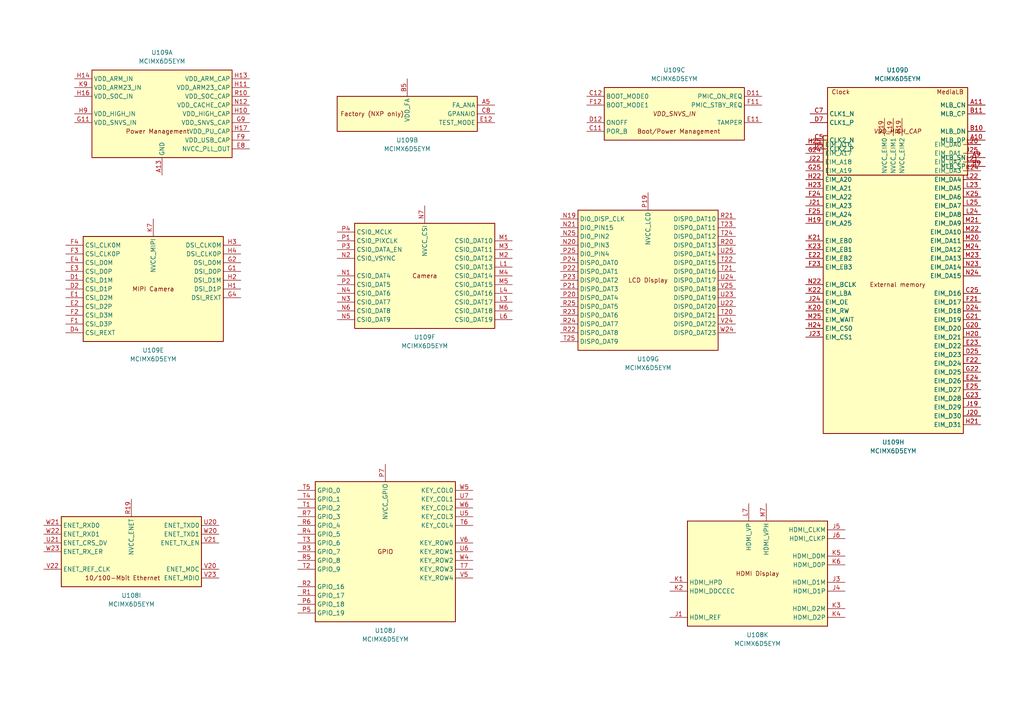
<source format=kicad_sch>
(kicad_sch (version 20250114) (generator "eeschema") (generator_version "9.0")
  (paper "A4")
  (symbol (lib_id "CPU_NXP_IMX:MCIMX6D5EYM") (at 187.96 81.28 0) (unit 7)
    (property "Reference" "U109" (at 187.96 104.14 0))
    (property "Value" "MCIMX6D5EYM" (at 187.96 106.68 0))
    (property "Footprint" "Package_BGA:BGA-624_21x21mm_Layout25x25_P0.8mm" (effects (hide yes)))
    (property "Datasheet" "https://www.nxp.com/docs/en/data-sheet/IMX6DQCEC.pdf" (effects (hide yes)))
    (property "Description" "i.MX 6Dual Application Processor for Consumer Products, BGA-624" (effects (hide yes)))
  )
  (symbol (lib_id "CPU_NXP_IMX:MCIMX6D5EYM") (at 44.45 83.82 0) (unit 5)
    (property "Reference" "U109" (at 44.45 101.6 0))
    (property "Value" "MCIMX6D5EYM" (at 44.45 104.14 0))
    (property "Footprint" "Package_BGA:BGA-624_21x21mm_Layout25x25_P0.8mm" (effects (hide yes)))
    (property "Datasheet" "https://www.nxp.com/docs/en/data-sheet/IMX6DQCEC.pdf" (effects (hide yes)))
    (property "Description" "i.MX 6Dual Application Processor for Consumer Products, BGA-624" (effects (hide yes)))
  )
  (symbol (lib_id "CPU_NXP_IMX:MCIMX6D5EYM") (at 259.08 82.55 0) (unit 8)
    (property "Reference" "U109" (at 259.08 128.27 0))
    (property "Value" "MCIMX6D5EYM" (at 259.08 130.81 0))
    (property "Footprint" "Package_BGA:BGA-624_21x21mm_Layout25x25_P0.8mm" (effects (hide yes)))
    (property "Datasheet" "https://www.nxp.com/docs/en/data-sheet/IMX6DQCEC.pdf" (effects (hide yes)))
    (property "Description" "i.MX 6Dual Application Processor for Consumer Products, BGA-624" (effects (hide yes)))
  )
  (symbol (lib_id "CPU_NXP_IMX:MCIMX6D5EYM") (at 38.1 160.02 0) (unit 9)
    (property "Reference" "U108" (at 38.1 172.72 0))
    (property "Value" "MCIMX6D5EYM" (at 38.1 175.26 0))
    (property "Footprint" "Package_BGA:BGA-624_21x21mm_Layout25x25_P0.8mm" (effects (hide yes)))
    (property "Datasheet" "https://www.nxp.com/docs/en/data-sheet/IMX6DQCEC.pdf" (effects (hide yes)))
    (property "Description" "i.MX 6Dual Application Processor for Consumer Products, BGA-624" (effects (hide yes)))
  )
  (symbol (lib_id "CPU_NXP_IMX:MCIMX6D5EYM") (at 111.76 160.02 0) (unit 10)
    (property "Reference" "U108" (at 111.76 182.88 0))
    (property "Value" "MCIMX6D5EYM" (at 111.76 185.42 0))
    (property "Footprint" "Package_BGA:BGA-624_21x21mm_Layout25x25_P0.8mm" (effects (hide yes)))
    (property "Datasheet" "https://www.nxp.com/docs/en/data-sheet/IMX6DQCEC.pdf" (effects (hide yes)))
    (property "Description" "i.MX 6Dual Application Processor for Consumer Products, BGA-624" (effects (hide yes)))
  )
  (symbol (lib_id "CPU_NXP_IMX:MCIMX6D5EYM") (at 195.58 33.02 0) (unit 3)
    (property "Reference" "U109" (at 195.58 20.32 0))
    (property "Value" "MCIMX6D5EYM" (at 195.58 22.86 0))
    (property "Footprint" "Package_BGA:BGA-624_21x21mm_Layout25x25_P0.8mm" (effects (hide yes)))
    (property "Datasheet" "https://www.nxp.com/docs/en/data-sheet/IMX6DQCEC.pdf" (effects (hide yes)))
    (property "Description" "i.MX 6Dual Application Processor for Consumer Products, BGA-624" (effects (hide yes)))
  )
  (symbol (lib_id "CPU_NXP_IMX:MCIMX6D5EYM") (at 219.71 166.37 0) (unit 11)
    (property "Reference" "U108" (at 219.71 184.15 0))
    (property "Value" "MCIMX6D5EYM" (at 219.71 186.69 0))
    (property "Footprint" "Package_BGA:BGA-624_21x21mm_Layout25x25_P0.8mm" (effects (hide yes)))
    (property "Datasheet" "https://www.nxp.com/docs/en/data-sheet/IMX6DQCEC.pdf" (effects (hide yes)))
    (property "Description" "i.MX 6Dual Application Processor for Consumer Products, BGA-624" (effects (hide yes)))
  )
  (symbol (lib_id "CPU_NXP_IMX:MCIMX6D5EYM") (at 118.11 33.02 0) (unit 2)
    (property "Reference" "U109" (at 118.11 40.64 0))
    (property "Value" "MCIMX6D5EYM" (at 118.11 43.18 0))
    (property "Footprint" "Package_BGA:BGA-624_21x21mm_Layout25x25_P0.8mm" (effects (hide yes)))
    (property "Datasheet" "https://www.nxp.com/docs/en/data-sheet/IMX6DQCEC.pdf" (effects (hide yes)))
    (property "Description" "i.MX 6Dual Application Processor for Consumer Products, BGA-624" (effects (hide yes)))
  )
  (symbol (lib_id "CPU_NXP_IMX:MCIMX6D5EYM") (at 260.35 38.1 0) (unit 4)
    (property "Reference" "U109" (at 260.35 20.32 0))
    (property "Value" "MCIMX6D5EYM" (at 260.35 22.86 0))
    (property "Footprint" "Package_BGA:BGA-624_21x21mm_Layout25x25_P0.8mm" (effects (hide yes)))
    (property "Datasheet" "https://www.nxp.com/docs/en/data-sheet/IMX6DQCEC.pdf" (effects (hide yes)))
    (property "Description" "i.MX 6Dual Application Processor for Consumer Products, BGA-624" (effects (hide yes)))
  )
  (symbol (lib_id "CPU_NXP_IMX:MCIMX6D5EYM") (at 123.19 80.01 0) (unit 6)
    (property "Reference" "U109" (at 123.19 97.79 0))
    (property "Value" "MCIMX6D5EYM" (at 123.19 100.33 0))
    (property "Footprint" "Package_BGA:BGA-624_21x21mm_Layout25x25_P0.8mm" (effects (hide yes)))
    (property "Datasheet" "https://www.nxp.com/docs/en/data-sheet/IMX6DQCEC.pdf" (effects (hide yes)))
    (property "Description" "i.MX 6Dual Application Processor for Consumer Products, BGA-624" (effects (hide yes)))
  )
  (symbol (lib_id "CPU_NXP_IMX:MCIMX6D5EYM") (at 46.99 33.02 0) (unit 1)
    (property "Reference" "U109" (at 46.99 15.24 0))
    (property "Value" "MCIMX6D5EYM" (at 46.99 17.78 0))
    (property "Footprint" "Package_BGA:BGA-624_21x21mm_Layout25x25_P0.8mm" (effects (hide yes)))
    (property "Datasheet" "https://www.nxp.com/docs/en/data-sheet/IMX6DQCEC.pdf" (effects (hide yes)))
    (property "Description" "i.MX 6Dual Application Processor for Consumer Products, BGA-624" (effects (hide yes)))
  )
)
</source>
